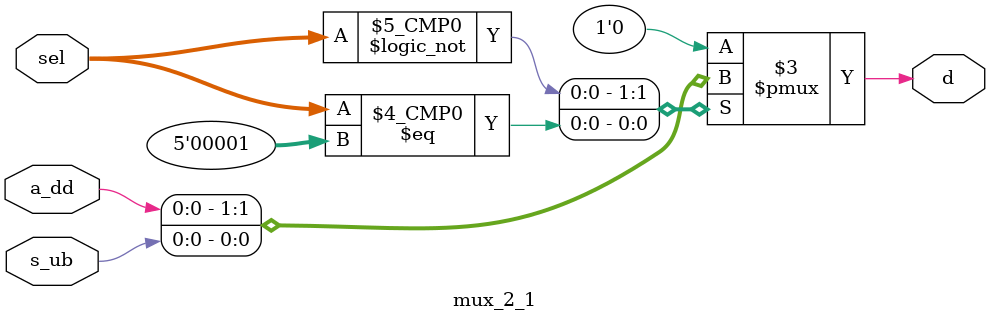
<source format=sv>
module mux_2_1 #(parameter N = 32) (
    input logic [4:0] sel,
    input logic s_ub, a_dd, 
    output logic d
);

always_comb begin
    case (sel)
        5'd0: d = a_dd;
        5'd1: d = s_ub;
        default: d = 1'b0;
    endcase
end

endmodule

</source>
